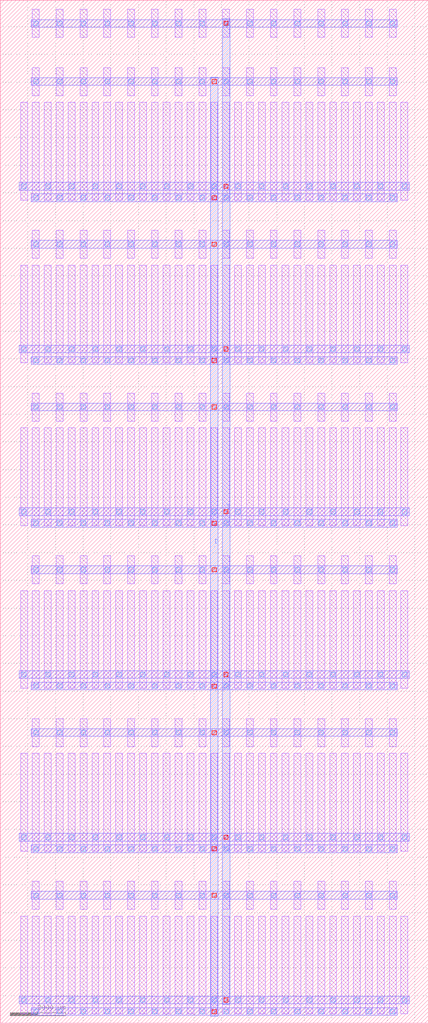
<source format=lef>
MACRO DCL_NMOS_S_54772057_X16_Y6
  UNITS 
    DATABASE MICRONS UNITS 1000;
  END UNITS 
  ORIGIN 0 0 ;
  FOREIGN DCL_NMOS_S_54772057_X16_Y6 0 0 ;
  SIZE 15480 BY 36960 ;
  PIN D
    DIRECTION INOUT ;
    USE SIGNAL ;
    PORT
      LAYER M3 ;
        RECT 7600 260 7880 34180 ;
    END
  END D
  PIN S
    DIRECTION INOUT ;
    USE SIGNAL ;
    PORT
      LAYER M3 ;
        RECT 8030 680 8310 36280 ;
    END
  END S
  OBS
    LAYER M1 ;
      RECT 1165 335 1415 3865 ;
    LAYER M1 ;
      RECT 1165 4115 1415 5125 ;
    LAYER M1 ;
      RECT 1165 6215 1415 9745 ;
    LAYER M1 ;
      RECT 1165 9995 1415 11005 ;
    LAYER M1 ;
      RECT 1165 12095 1415 15625 ;
    LAYER M1 ;
      RECT 1165 15875 1415 16885 ;
    LAYER M1 ;
      RECT 1165 17975 1415 21505 ;
    LAYER M1 ;
      RECT 1165 21755 1415 22765 ;
    LAYER M1 ;
      RECT 1165 23855 1415 27385 ;
    LAYER M1 ;
      RECT 1165 27635 1415 28645 ;
    LAYER M1 ;
      RECT 1165 29735 1415 33265 ;
    LAYER M1 ;
      RECT 1165 33515 1415 34525 ;
    LAYER M1 ;
      RECT 1165 35615 1415 36625 ;
    LAYER M1 ;
      RECT 735 335 985 3865 ;
    LAYER M1 ;
      RECT 735 6215 985 9745 ;
    LAYER M1 ;
      RECT 735 12095 985 15625 ;
    LAYER M1 ;
      RECT 735 17975 985 21505 ;
    LAYER M1 ;
      RECT 735 23855 985 27385 ;
    LAYER M1 ;
      RECT 735 29735 985 33265 ;
    LAYER M1 ;
      RECT 1595 335 1845 3865 ;
    LAYER M1 ;
      RECT 1595 6215 1845 9745 ;
    LAYER M1 ;
      RECT 1595 12095 1845 15625 ;
    LAYER M1 ;
      RECT 1595 17975 1845 21505 ;
    LAYER M1 ;
      RECT 1595 23855 1845 27385 ;
    LAYER M1 ;
      RECT 1595 29735 1845 33265 ;
    LAYER M1 ;
      RECT 2025 335 2275 3865 ;
    LAYER M1 ;
      RECT 2025 4115 2275 5125 ;
    LAYER M1 ;
      RECT 2025 6215 2275 9745 ;
    LAYER M1 ;
      RECT 2025 9995 2275 11005 ;
    LAYER M1 ;
      RECT 2025 12095 2275 15625 ;
    LAYER M1 ;
      RECT 2025 15875 2275 16885 ;
    LAYER M1 ;
      RECT 2025 17975 2275 21505 ;
    LAYER M1 ;
      RECT 2025 21755 2275 22765 ;
    LAYER M1 ;
      RECT 2025 23855 2275 27385 ;
    LAYER M1 ;
      RECT 2025 27635 2275 28645 ;
    LAYER M1 ;
      RECT 2025 29735 2275 33265 ;
    LAYER M1 ;
      RECT 2025 33515 2275 34525 ;
    LAYER M1 ;
      RECT 2025 35615 2275 36625 ;
    LAYER M1 ;
      RECT 2455 335 2705 3865 ;
    LAYER M1 ;
      RECT 2455 6215 2705 9745 ;
    LAYER M1 ;
      RECT 2455 12095 2705 15625 ;
    LAYER M1 ;
      RECT 2455 17975 2705 21505 ;
    LAYER M1 ;
      RECT 2455 23855 2705 27385 ;
    LAYER M1 ;
      RECT 2455 29735 2705 33265 ;
    LAYER M1 ;
      RECT 2885 335 3135 3865 ;
    LAYER M1 ;
      RECT 2885 4115 3135 5125 ;
    LAYER M1 ;
      RECT 2885 6215 3135 9745 ;
    LAYER M1 ;
      RECT 2885 9995 3135 11005 ;
    LAYER M1 ;
      RECT 2885 12095 3135 15625 ;
    LAYER M1 ;
      RECT 2885 15875 3135 16885 ;
    LAYER M1 ;
      RECT 2885 17975 3135 21505 ;
    LAYER M1 ;
      RECT 2885 21755 3135 22765 ;
    LAYER M1 ;
      RECT 2885 23855 3135 27385 ;
    LAYER M1 ;
      RECT 2885 27635 3135 28645 ;
    LAYER M1 ;
      RECT 2885 29735 3135 33265 ;
    LAYER M1 ;
      RECT 2885 33515 3135 34525 ;
    LAYER M1 ;
      RECT 2885 35615 3135 36625 ;
    LAYER M1 ;
      RECT 3315 335 3565 3865 ;
    LAYER M1 ;
      RECT 3315 6215 3565 9745 ;
    LAYER M1 ;
      RECT 3315 12095 3565 15625 ;
    LAYER M1 ;
      RECT 3315 17975 3565 21505 ;
    LAYER M1 ;
      RECT 3315 23855 3565 27385 ;
    LAYER M1 ;
      RECT 3315 29735 3565 33265 ;
    LAYER M1 ;
      RECT 3745 335 3995 3865 ;
    LAYER M1 ;
      RECT 3745 4115 3995 5125 ;
    LAYER M1 ;
      RECT 3745 6215 3995 9745 ;
    LAYER M1 ;
      RECT 3745 9995 3995 11005 ;
    LAYER M1 ;
      RECT 3745 12095 3995 15625 ;
    LAYER M1 ;
      RECT 3745 15875 3995 16885 ;
    LAYER M1 ;
      RECT 3745 17975 3995 21505 ;
    LAYER M1 ;
      RECT 3745 21755 3995 22765 ;
    LAYER M1 ;
      RECT 3745 23855 3995 27385 ;
    LAYER M1 ;
      RECT 3745 27635 3995 28645 ;
    LAYER M1 ;
      RECT 3745 29735 3995 33265 ;
    LAYER M1 ;
      RECT 3745 33515 3995 34525 ;
    LAYER M1 ;
      RECT 3745 35615 3995 36625 ;
    LAYER M1 ;
      RECT 4175 335 4425 3865 ;
    LAYER M1 ;
      RECT 4175 6215 4425 9745 ;
    LAYER M1 ;
      RECT 4175 12095 4425 15625 ;
    LAYER M1 ;
      RECT 4175 17975 4425 21505 ;
    LAYER M1 ;
      RECT 4175 23855 4425 27385 ;
    LAYER M1 ;
      RECT 4175 29735 4425 33265 ;
    LAYER M1 ;
      RECT 4605 335 4855 3865 ;
    LAYER M1 ;
      RECT 4605 4115 4855 5125 ;
    LAYER M1 ;
      RECT 4605 6215 4855 9745 ;
    LAYER M1 ;
      RECT 4605 9995 4855 11005 ;
    LAYER M1 ;
      RECT 4605 12095 4855 15625 ;
    LAYER M1 ;
      RECT 4605 15875 4855 16885 ;
    LAYER M1 ;
      RECT 4605 17975 4855 21505 ;
    LAYER M1 ;
      RECT 4605 21755 4855 22765 ;
    LAYER M1 ;
      RECT 4605 23855 4855 27385 ;
    LAYER M1 ;
      RECT 4605 27635 4855 28645 ;
    LAYER M1 ;
      RECT 4605 29735 4855 33265 ;
    LAYER M1 ;
      RECT 4605 33515 4855 34525 ;
    LAYER M1 ;
      RECT 4605 35615 4855 36625 ;
    LAYER M1 ;
      RECT 5035 335 5285 3865 ;
    LAYER M1 ;
      RECT 5035 6215 5285 9745 ;
    LAYER M1 ;
      RECT 5035 12095 5285 15625 ;
    LAYER M1 ;
      RECT 5035 17975 5285 21505 ;
    LAYER M1 ;
      RECT 5035 23855 5285 27385 ;
    LAYER M1 ;
      RECT 5035 29735 5285 33265 ;
    LAYER M1 ;
      RECT 5465 335 5715 3865 ;
    LAYER M1 ;
      RECT 5465 4115 5715 5125 ;
    LAYER M1 ;
      RECT 5465 6215 5715 9745 ;
    LAYER M1 ;
      RECT 5465 9995 5715 11005 ;
    LAYER M1 ;
      RECT 5465 12095 5715 15625 ;
    LAYER M1 ;
      RECT 5465 15875 5715 16885 ;
    LAYER M1 ;
      RECT 5465 17975 5715 21505 ;
    LAYER M1 ;
      RECT 5465 21755 5715 22765 ;
    LAYER M1 ;
      RECT 5465 23855 5715 27385 ;
    LAYER M1 ;
      RECT 5465 27635 5715 28645 ;
    LAYER M1 ;
      RECT 5465 29735 5715 33265 ;
    LAYER M1 ;
      RECT 5465 33515 5715 34525 ;
    LAYER M1 ;
      RECT 5465 35615 5715 36625 ;
    LAYER M1 ;
      RECT 5895 335 6145 3865 ;
    LAYER M1 ;
      RECT 5895 6215 6145 9745 ;
    LAYER M1 ;
      RECT 5895 12095 6145 15625 ;
    LAYER M1 ;
      RECT 5895 17975 6145 21505 ;
    LAYER M1 ;
      RECT 5895 23855 6145 27385 ;
    LAYER M1 ;
      RECT 5895 29735 6145 33265 ;
    LAYER M1 ;
      RECT 6325 335 6575 3865 ;
    LAYER M1 ;
      RECT 6325 4115 6575 5125 ;
    LAYER M1 ;
      RECT 6325 6215 6575 9745 ;
    LAYER M1 ;
      RECT 6325 9995 6575 11005 ;
    LAYER M1 ;
      RECT 6325 12095 6575 15625 ;
    LAYER M1 ;
      RECT 6325 15875 6575 16885 ;
    LAYER M1 ;
      RECT 6325 17975 6575 21505 ;
    LAYER M1 ;
      RECT 6325 21755 6575 22765 ;
    LAYER M1 ;
      RECT 6325 23855 6575 27385 ;
    LAYER M1 ;
      RECT 6325 27635 6575 28645 ;
    LAYER M1 ;
      RECT 6325 29735 6575 33265 ;
    LAYER M1 ;
      RECT 6325 33515 6575 34525 ;
    LAYER M1 ;
      RECT 6325 35615 6575 36625 ;
    LAYER M1 ;
      RECT 6755 335 7005 3865 ;
    LAYER M1 ;
      RECT 6755 6215 7005 9745 ;
    LAYER M1 ;
      RECT 6755 12095 7005 15625 ;
    LAYER M1 ;
      RECT 6755 17975 7005 21505 ;
    LAYER M1 ;
      RECT 6755 23855 7005 27385 ;
    LAYER M1 ;
      RECT 6755 29735 7005 33265 ;
    LAYER M1 ;
      RECT 7185 335 7435 3865 ;
    LAYER M1 ;
      RECT 7185 4115 7435 5125 ;
    LAYER M1 ;
      RECT 7185 6215 7435 9745 ;
    LAYER M1 ;
      RECT 7185 9995 7435 11005 ;
    LAYER M1 ;
      RECT 7185 12095 7435 15625 ;
    LAYER M1 ;
      RECT 7185 15875 7435 16885 ;
    LAYER M1 ;
      RECT 7185 17975 7435 21505 ;
    LAYER M1 ;
      RECT 7185 21755 7435 22765 ;
    LAYER M1 ;
      RECT 7185 23855 7435 27385 ;
    LAYER M1 ;
      RECT 7185 27635 7435 28645 ;
    LAYER M1 ;
      RECT 7185 29735 7435 33265 ;
    LAYER M1 ;
      RECT 7185 33515 7435 34525 ;
    LAYER M1 ;
      RECT 7185 35615 7435 36625 ;
    LAYER M1 ;
      RECT 7615 335 7865 3865 ;
    LAYER M1 ;
      RECT 7615 6215 7865 9745 ;
    LAYER M1 ;
      RECT 7615 12095 7865 15625 ;
    LAYER M1 ;
      RECT 7615 17975 7865 21505 ;
    LAYER M1 ;
      RECT 7615 23855 7865 27385 ;
    LAYER M1 ;
      RECT 7615 29735 7865 33265 ;
    LAYER M1 ;
      RECT 8045 335 8295 3865 ;
    LAYER M1 ;
      RECT 8045 4115 8295 5125 ;
    LAYER M1 ;
      RECT 8045 6215 8295 9745 ;
    LAYER M1 ;
      RECT 8045 9995 8295 11005 ;
    LAYER M1 ;
      RECT 8045 12095 8295 15625 ;
    LAYER M1 ;
      RECT 8045 15875 8295 16885 ;
    LAYER M1 ;
      RECT 8045 17975 8295 21505 ;
    LAYER M1 ;
      RECT 8045 21755 8295 22765 ;
    LAYER M1 ;
      RECT 8045 23855 8295 27385 ;
    LAYER M1 ;
      RECT 8045 27635 8295 28645 ;
    LAYER M1 ;
      RECT 8045 29735 8295 33265 ;
    LAYER M1 ;
      RECT 8045 33515 8295 34525 ;
    LAYER M1 ;
      RECT 8045 35615 8295 36625 ;
    LAYER M1 ;
      RECT 8475 335 8725 3865 ;
    LAYER M1 ;
      RECT 8475 6215 8725 9745 ;
    LAYER M1 ;
      RECT 8475 12095 8725 15625 ;
    LAYER M1 ;
      RECT 8475 17975 8725 21505 ;
    LAYER M1 ;
      RECT 8475 23855 8725 27385 ;
    LAYER M1 ;
      RECT 8475 29735 8725 33265 ;
    LAYER M1 ;
      RECT 8905 335 9155 3865 ;
    LAYER M1 ;
      RECT 8905 4115 9155 5125 ;
    LAYER M1 ;
      RECT 8905 6215 9155 9745 ;
    LAYER M1 ;
      RECT 8905 9995 9155 11005 ;
    LAYER M1 ;
      RECT 8905 12095 9155 15625 ;
    LAYER M1 ;
      RECT 8905 15875 9155 16885 ;
    LAYER M1 ;
      RECT 8905 17975 9155 21505 ;
    LAYER M1 ;
      RECT 8905 21755 9155 22765 ;
    LAYER M1 ;
      RECT 8905 23855 9155 27385 ;
    LAYER M1 ;
      RECT 8905 27635 9155 28645 ;
    LAYER M1 ;
      RECT 8905 29735 9155 33265 ;
    LAYER M1 ;
      RECT 8905 33515 9155 34525 ;
    LAYER M1 ;
      RECT 8905 35615 9155 36625 ;
    LAYER M1 ;
      RECT 9335 335 9585 3865 ;
    LAYER M1 ;
      RECT 9335 6215 9585 9745 ;
    LAYER M1 ;
      RECT 9335 12095 9585 15625 ;
    LAYER M1 ;
      RECT 9335 17975 9585 21505 ;
    LAYER M1 ;
      RECT 9335 23855 9585 27385 ;
    LAYER M1 ;
      RECT 9335 29735 9585 33265 ;
    LAYER M1 ;
      RECT 9765 335 10015 3865 ;
    LAYER M1 ;
      RECT 9765 4115 10015 5125 ;
    LAYER M1 ;
      RECT 9765 6215 10015 9745 ;
    LAYER M1 ;
      RECT 9765 9995 10015 11005 ;
    LAYER M1 ;
      RECT 9765 12095 10015 15625 ;
    LAYER M1 ;
      RECT 9765 15875 10015 16885 ;
    LAYER M1 ;
      RECT 9765 17975 10015 21505 ;
    LAYER M1 ;
      RECT 9765 21755 10015 22765 ;
    LAYER M1 ;
      RECT 9765 23855 10015 27385 ;
    LAYER M1 ;
      RECT 9765 27635 10015 28645 ;
    LAYER M1 ;
      RECT 9765 29735 10015 33265 ;
    LAYER M1 ;
      RECT 9765 33515 10015 34525 ;
    LAYER M1 ;
      RECT 9765 35615 10015 36625 ;
    LAYER M1 ;
      RECT 10195 335 10445 3865 ;
    LAYER M1 ;
      RECT 10195 6215 10445 9745 ;
    LAYER M1 ;
      RECT 10195 12095 10445 15625 ;
    LAYER M1 ;
      RECT 10195 17975 10445 21505 ;
    LAYER M1 ;
      RECT 10195 23855 10445 27385 ;
    LAYER M1 ;
      RECT 10195 29735 10445 33265 ;
    LAYER M1 ;
      RECT 10625 335 10875 3865 ;
    LAYER M1 ;
      RECT 10625 4115 10875 5125 ;
    LAYER M1 ;
      RECT 10625 6215 10875 9745 ;
    LAYER M1 ;
      RECT 10625 9995 10875 11005 ;
    LAYER M1 ;
      RECT 10625 12095 10875 15625 ;
    LAYER M1 ;
      RECT 10625 15875 10875 16885 ;
    LAYER M1 ;
      RECT 10625 17975 10875 21505 ;
    LAYER M1 ;
      RECT 10625 21755 10875 22765 ;
    LAYER M1 ;
      RECT 10625 23855 10875 27385 ;
    LAYER M1 ;
      RECT 10625 27635 10875 28645 ;
    LAYER M1 ;
      RECT 10625 29735 10875 33265 ;
    LAYER M1 ;
      RECT 10625 33515 10875 34525 ;
    LAYER M1 ;
      RECT 10625 35615 10875 36625 ;
    LAYER M1 ;
      RECT 11055 335 11305 3865 ;
    LAYER M1 ;
      RECT 11055 6215 11305 9745 ;
    LAYER M1 ;
      RECT 11055 12095 11305 15625 ;
    LAYER M1 ;
      RECT 11055 17975 11305 21505 ;
    LAYER M1 ;
      RECT 11055 23855 11305 27385 ;
    LAYER M1 ;
      RECT 11055 29735 11305 33265 ;
    LAYER M1 ;
      RECT 11485 335 11735 3865 ;
    LAYER M1 ;
      RECT 11485 4115 11735 5125 ;
    LAYER M1 ;
      RECT 11485 6215 11735 9745 ;
    LAYER M1 ;
      RECT 11485 9995 11735 11005 ;
    LAYER M1 ;
      RECT 11485 12095 11735 15625 ;
    LAYER M1 ;
      RECT 11485 15875 11735 16885 ;
    LAYER M1 ;
      RECT 11485 17975 11735 21505 ;
    LAYER M1 ;
      RECT 11485 21755 11735 22765 ;
    LAYER M1 ;
      RECT 11485 23855 11735 27385 ;
    LAYER M1 ;
      RECT 11485 27635 11735 28645 ;
    LAYER M1 ;
      RECT 11485 29735 11735 33265 ;
    LAYER M1 ;
      RECT 11485 33515 11735 34525 ;
    LAYER M1 ;
      RECT 11485 35615 11735 36625 ;
    LAYER M1 ;
      RECT 11915 335 12165 3865 ;
    LAYER M1 ;
      RECT 11915 6215 12165 9745 ;
    LAYER M1 ;
      RECT 11915 12095 12165 15625 ;
    LAYER M1 ;
      RECT 11915 17975 12165 21505 ;
    LAYER M1 ;
      RECT 11915 23855 12165 27385 ;
    LAYER M1 ;
      RECT 11915 29735 12165 33265 ;
    LAYER M1 ;
      RECT 12345 335 12595 3865 ;
    LAYER M1 ;
      RECT 12345 4115 12595 5125 ;
    LAYER M1 ;
      RECT 12345 6215 12595 9745 ;
    LAYER M1 ;
      RECT 12345 9995 12595 11005 ;
    LAYER M1 ;
      RECT 12345 12095 12595 15625 ;
    LAYER M1 ;
      RECT 12345 15875 12595 16885 ;
    LAYER M1 ;
      RECT 12345 17975 12595 21505 ;
    LAYER M1 ;
      RECT 12345 21755 12595 22765 ;
    LAYER M1 ;
      RECT 12345 23855 12595 27385 ;
    LAYER M1 ;
      RECT 12345 27635 12595 28645 ;
    LAYER M1 ;
      RECT 12345 29735 12595 33265 ;
    LAYER M1 ;
      RECT 12345 33515 12595 34525 ;
    LAYER M1 ;
      RECT 12345 35615 12595 36625 ;
    LAYER M1 ;
      RECT 12775 335 13025 3865 ;
    LAYER M1 ;
      RECT 12775 6215 13025 9745 ;
    LAYER M1 ;
      RECT 12775 12095 13025 15625 ;
    LAYER M1 ;
      RECT 12775 17975 13025 21505 ;
    LAYER M1 ;
      RECT 12775 23855 13025 27385 ;
    LAYER M1 ;
      RECT 12775 29735 13025 33265 ;
    LAYER M1 ;
      RECT 13205 335 13455 3865 ;
    LAYER M1 ;
      RECT 13205 4115 13455 5125 ;
    LAYER M1 ;
      RECT 13205 6215 13455 9745 ;
    LAYER M1 ;
      RECT 13205 9995 13455 11005 ;
    LAYER M1 ;
      RECT 13205 12095 13455 15625 ;
    LAYER M1 ;
      RECT 13205 15875 13455 16885 ;
    LAYER M1 ;
      RECT 13205 17975 13455 21505 ;
    LAYER M1 ;
      RECT 13205 21755 13455 22765 ;
    LAYER M1 ;
      RECT 13205 23855 13455 27385 ;
    LAYER M1 ;
      RECT 13205 27635 13455 28645 ;
    LAYER M1 ;
      RECT 13205 29735 13455 33265 ;
    LAYER M1 ;
      RECT 13205 33515 13455 34525 ;
    LAYER M1 ;
      RECT 13205 35615 13455 36625 ;
    LAYER M1 ;
      RECT 13635 335 13885 3865 ;
    LAYER M1 ;
      RECT 13635 6215 13885 9745 ;
    LAYER M1 ;
      RECT 13635 12095 13885 15625 ;
    LAYER M1 ;
      RECT 13635 17975 13885 21505 ;
    LAYER M1 ;
      RECT 13635 23855 13885 27385 ;
    LAYER M1 ;
      RECT 13635 29735 13885 33265 ;
    LAYER M1 ;
      RECT 14065 335 14315 3865 ;
    LAYER M1 ;
      RECT 14065 4115 14315 5125 ;
    LAYER M1 ;
      RECT 14065 6215 14315 9745 ;
    LAYER M1 ;
      RECT 14065 9995 14315 11005 ;
    LAYER M1 ;
      RECT 14065 12095 14315 15625 ;
    LAYER M1 ;
      RECT 14065 15875 14315 16885 ;
    LAYER M1 ;
      RECT 14065 17975 14315 21505 ;
    LAYER M1 ;
      RECT 14065 21755 14315 22765 ;
    LAYER M1 ;
      RECT 14065 23855 14315 27385 ;
    LAYER M1 ;
      RECT 14065 27635 14315 28645 ;
    LAYER M1 ;
      RECT 14065 29735 14315 33265 ;
    LAYER M1 ;
      RECT 14065 33515 14315 34525 ;
    LAYER M1 ;
      RECT 14065 35615 14315 36625 ;
    LAYER M1 ;
      RECT 14495 335 14745 3865 ;
    LAYER M1 ;
      RECT 14495 6215 14745 9745 ;
    LAYER M1 ;
      RECT 14495 12095 14745 15625 ;
    LAYER M1 ;
      RECT 14495 17975 14745 21505 ;
    LAYER M1 ;
      RECT 14495 23855 14745 27385 ;
    LAYER M1 ;
      RECT 14495 29735 14745 33265 ;
    LAYER M2 ;
      RECT 1120 280 14360 560 ;
    LAYER M2 ;
      RECT 1120 4480 14360 4760 ;
    LAYER M2 ;
      RECT 690 700 14790 980 ;
    LAYER M2 ;
      RECT 1120 6160 14360 6440 ;
    LAYER M2 ;
      RECT 1120 10360 14360 10640 ;
    LAYER M2 ;
      RECT 690 6580 14790 6860 ;
    LAYER M2 ;
      RECT 1120 12040 14360 12320 ;
    LAYER M2 ;
      RECT 1120 16240 14360 16520 ;
    LAYER M2 ;
      RECT 690 12460 14790 12740 ;
    LAYER M2 ;
      RECT 1120 17920 14360 18200 ;
    LAYER M2 ;
      RECT 1120 22120 14360 22400 ;
    LAYER M2 ;
      RECT 690 18340 14790 18620 ;
    LAYER M2 ;
      RECT 1120 23800 14360 24080 ;
    LAYER M2 ;
      RECT 1120 28000 14360 28280 ;
    LAYER M2 ;
      RECT 690 24220 14790 24500 ;
    LAYER M2 ;
      RECT 1120 29680 14360 29960 ;
    LAYER M2 ;
      RECT 1120 33880 14360 34160 ;
    LAYER M2 ;
      RECT 1120 35980 14360 36260 ;
    LAYER M2 ;
      RECT 690 30100 14790 30380 ;
    LAYER V1 ;
      RECT 13245 335 13415 505 ;
    LAYER V1 ;
      RECT 13245 4535 13415 4705 ;
    LAYER V1 ;
      RECT 13245 6215 13415 6385 ;
    LAYER V1 ;
      RECT 13245 10415 13415 10585 ;
    LAYER V1 ;
      RECT 13245 12095 13415 12265 ;
    LAYER V1 ;
      RECT 13245 16295 13415 16465 ;
    LAYER V1 ;
      RECT 13245 17975 13415 18145 ;
    LAYER V1 ;
      RECT 13245 22175 13415 22345 ;
    LAYER V1 ;
      RECT 13245 23855 13415 24025 ;
    LAYER V1 ;
      RECT 13245 28055 13415 28225 ;
    LAYER V1 ;
      RECT 13245 29735 13415 29905 ;
    LAYER V1 ;
      RECT 13245 33935 13415 34105 ;
    LAYER V1 ;
      RECT 13245 36035 13415 36205 ;
    LAYER V1 ;
      RECT 14105 335 14275 505 ;
    LAYER V1 ;
      RECT 14105 4535 14275 4705 ;
    LAYER V1 ;
      RECT 14105 6215 14275 6385 ;
    LAYER V1 ;
      RECT 14105 10415 14275 10585 ;
    LAYER V1 ;
      RECT 14105 12095 14275 12265 ;
    LAYER V1 ;
      RECT 14105 16295 14275 16465 ;
    LAYER V1 ;
      RECT 14105 17975 14275 18145 ;
    LAYER V1 ;
      RECT 14105 22175 14275 22345 ;
    LAYER V1 ;
      RECT 14105 23855 14275 24025 ;
    LAYER V1 ;
      RECT 14105 28055 14275 28225 ;
    LAYER V1 ;
      RECT 14105 29735 14275 29905 ;
    LAYER V1 ;
      RECT 14105 33935 14275 34105 ;
    LAYER V1 ;
      RECT 14105 36035 14275 36205 ;
    LAYER V1 ;
      RECT 1205 335 1375 505 ;
    LAYER V1 ;
      RECT 1205 4535 1375 4705 ;
    LAYER V1 ;
      RECT 1205 6215 1375 6385 ;
    LAYER V1 ;
      RECT 1205 10415 1375 10585 ;
    LAYER V1 ;
      RECT 1205 12095 1375 12265 ;
    LAYER V1 ;
      RECT 1205 16295 1375 16465 ;
    LAYER V1 ;
      RECT 1205 17975 1375 18145 ;
    LAYER V1 ;
      RECT 1205 22175 1375 22345 ;
    LAYER V1 ;
      RECT 1205 23855 1375 24025 ;
    LAYER V1 ;
      RECT 1205 28055 1375 28225 ;
    LAYER V1 ;
      RECT 1205 29735 1375 29905 ;
    LAYER V1 ;
      RECT 1205 33935 1375 34105 ;
    LAYER V1 ;
      RECT 1205 36035 1375 36205 ;
    LAYER V1 ;
      RECT 2065 335 2235 505 ;
    LAYER V1 ;
      RECT 2065 4535 2235 4705 ;
    LAYER V1 ;
      RECT 2065 6215 2235 6385 ;
    LAYER V1 ;
      RECT 2065 10415 2235 10585 ;
    LAYER V1 ;
      RECT 2065 12095 2235 12265 ;
    LAYER V1 ;
      RECT 2065 16295 2235 16465 ;
    LAYER V1 ;
      RECT 2065 17975 2235 18145 ;
    LAYER V1 ;
      RECT 2065 22175 2235 22345 ;
    LAYER V1 ;
      RECT 2065 23855 2235 24025 ;
    LAYER V1 ;
      RECT 2065 28055 2235 28225 ;
    LAYER V1 ;
      RECT 2065 29735 2235 29905 ;
    LAYER V1 ;
      RECT 2065 33935 2235 34105 ;
    LAYER V1 ;
      RECT 2065 36035 2235 36205 ;
    LAYER V1 ;
      RECT 2925 335 3095 505 ;
    LAYER V1 ;
      RECT 2925 4535 3095 4705 ;
    LAYER V1 ;
      RECT 2925 6215 3095 6385 ;
    LAYER V1 ;
      RECT 2925 10415 3095 10585 ;
    LAYER V1 ;
      RECT 2925 12095 3095 12265 ;
    LAYER V1 ;
      RECT 2925 16295 3095 16465 ;
    LAYER V1 ;
      RECT 2925 17975 3095 18145 ;
    LAYER V1 ;
      RECT 2925 22175 3095 22345 ;
    LAYER V1 ;
      RECT 2925 23855 3095 24025 ;
    LAYER V1 ;
      RECT 2925 28055 3095 28225 ;
    LAYER V1 ;
      RECT 2925 29735 3095 29905 ;
    LAYER V1 ;
      RECT 2925 33935 3095 34105 ;
    LAYER V1 ;
      RECT 2925 36035 3095 36205 ;
    LAYER V1 ;
      RECT 3785 335 3955 505 ;
    LAYER V1 ;
      RECT 3785 4535 3955 4705 ;
    LAYER V1 ;
      RECT 3785 6215 3955 6385 ;
    LAYER V1 ;
      RECT 3785 10415 3955 10585 ;
    LAYER V1 ;
      RECT 3785 12095 3955 12265 ;
    LAYER V1 ;
      RECT 3785 16295 3955 16465 ;
    LAYER V1 ;
      RECT 3785 17975 3955 18145 ;
    LAYER V1 ;
      RECT 3785 22175 3955 22345 ;
    LAYER V1 ;
      RECT 3785 23855 3955 24025 ;
    LAYER V1 ;
      RECT 3785 28055 3955 28225 ;
    LAYER V1 ;
      RECT 3785 29735 3955 29905 ;
    LAYER V1 ;
      RECT 3785 33935 3955 34105 ;
    LAYER V1 ;
      RECT 3785 36035 3955 36205 ;
    LAYER V1 ;
      RECT 4645 335 4815 505 ;
    LAYER V1 ;
      RECT 4645 4535 4815 4705 ;
    LAYER V1 ;
      RECT 4645 6215 4815 6385 ;
    LAYER V1 ;
      RECT 4645 10415 4815 10585 ;
    LAYER V1 ;
      RECT 4645 12095 4815 12265 ;
    LAYER V1 ;
      RECT 4645 16295 4815 16465 ;
    LAYER V1 ;
      RECT 4645 17975 4815 18145 ;
    LAYER V1 ;
      RECT 4645 22175 4815 22345 ;
    LAYER V1 ;
      RECT 4645 23855 4815 24025 ;
    LAYER V1 ;
      RECT 4645 28055 4815 28225 ;
    LAYER V1 ;
      RECT 4645 29735 4815 29905 ;
    LAYER V1 ;
      RECT 4645 33935 4815 34105 ;
    LAYER V1 ;
      RECT 4645 36035 4815 36205 ;
    LAYER V1 ;
      RECT 5505 335 5675 505 ;
    LAYER V1 ;
      RECT 5505 4535 5675 4705 ;
    LAYER V1 ;
      RECT 5505 6215 5675 6385 ;
    LAYER V1 ;
      RECT 5505 10415 5675 10585 ;
    LAYER V1 ;
      RECT 5505 12095 5675 12265 ;
    LAYER V1 ;
      RECT 5505 16295 5675 16465 ;
    LAYER V1 ;
      RECT 5505 17975 5675 18145 ;
    LAYER V1 ;
      RECT 5505 22175 5675 22345 ;
    LAYER V1 ;
      RECT 5505 23855 5675 24025 ;
    LAYER V1 ;
      RECT 5505 28055 5675 28225 ;
    LAYER V1 ;
      RECT 5505 29735 5675 29905 ;
    LAYER V1 ;
      RECT 5505 33935 5675 34105 ;
    LAYER V1 ;
      RECT 5505 36035 5675 36205 ;
    LAYER V1 ;
      RECT 6365 335 6535 505 ;
    LAYER V1 ;
      RECT 6365 4535 6535 4705 ;
    LAYER V1 ;
      RECT 6365 6215 6535 6385 ;
    LAYER V1 ;
      RECT 6365 10415 6535 10585 ;
    LAYER V1 ;
      RECT 6365 12095 6535 12265 ;
    LAYER V1 ;
      RECT 6365 16295 6535 16465 ;
    LAYER V1 ;
      RECT 6365 17975 6535 18145 ;
    LAYER V1 ;
      RECT 6365 22175 6535 22345 ;
    LAYER V1 ;
      RECT 6365 23855 6535 24025 ;
    LAYER V1 ;
      RECT 6365 28055 6535 28225 ;
    LAYER V1 ;
      RECT 6365 29735 6535 29905 ;
    LAYER V1 ;
      RECT 6365 33935 6535 34105 ;
    LAYER V1 ;
      RECT 6365 36035 6535 36205 ;
    LAYER V1 ;
      RECT 7225 335 7395 505 ;
    LAYER V1 ;
      RECT 7225 4535 7395 4705 ;
    LAYER V1 ;
      RECT 7225 6215 7395 6385 ;
    LAYER V1 ;
      RECT 7225 10415 7395 10585 ;
    LAYER V1 ;
      RECT 7225 12095 7395 12265 ;
    LAYER V1 ;
      RECT 7225 16295 7395 16465 ;
    LAYER V1 ;
      RECT 7225 17975 7395 18145 ;
    LAYER V1 ;
      RECT 7225 22175 7395 22345 ;
    LAYER V1 ;
      RECT 7225 23855 7395 24025 ;
    LAYER V1 ;
      RECT 7225 28055 7395 28225 ;
    LAYER V1 ;
      RECT 7225 29735 7395 29905 ;
    LAYER V1 ;
      RECT 7225 33935 7395 34105 ;
    LAYER V1 ;
      RECT 7225 36035 7395 36205 ;
    LAYER V1 ;
      RECT 8085 335 8255 505 ;
    LAYER V1 ;
      RECT 8085 4535 8255 4705 ;
    LAYER V1 ;
      RECT 8085 6215 8255 6385 ;
    LAYER V1 ;
      RECT 8085 10415 8255 10585 ;
    LAYER V1 ;
      RECT 8085 12095 8255 12265 ;
    LAYER V1 ;
      RECT 8085 16295 8255 16465 ;
    LAYER V1 ;
      RECT 8085 17975 8255 18145 ;
    LAYER V1 ;
      RECT 8085 22175 8255 22345 ;
    LAYER V1 ;
      RECT 8085 23855 8255 24025 ;
    LAYER V1 ;
      RECT 8085 28055 8255 28225 ;
    LAYER V1 ;
      RECT 8085 29735 8255 29905 ;
    LAYER V1 ;
      RECT 8085 33935 8255 34105 ;
    LAYER V1 ;
      RECT 8085 36035 8255 36205 ;
    LAYER V1 ;
      RECT 8945 335 9115 505 ;
    LAYER V1 ;
      RECT 8945 4535 9115 4705 ;
    LAYER V1 ;
      RECT 8945 6215 9115 6385 ;
    LAYER V1 ;
      RECT 8945 10415 9115 10585 ;
    LAYER V1 ;
      RECT 8945 12095 9115 12265 ;
    LAYER V1 ;
      RECT 8945 16295 9115 16465 ;
    LAYER V1 ;
      RECT 8945 17975 9115 18145 ;
    LAYER V1 ;
      RECT 8945 22175 9115 22345 ;
    LAYER V1 ;
      RECT 8945 23855 9115 24025 ;
    LAYER V1 ;
      RECT 8945 28055 9115 28225 ;
    LAYER V1 ;
      RECT 8945 29735 9115 29905 ;
    LAYER V1 ;
      RECT 8945 33935 9115 34105 ;
    LAYER V1 ;
      RECT 8945 36035 9115 36205 ;
    LAYER V1 ;
      RECT 9805 335 9975 505 ;
    LAYER V1 ;
      RECT 9805 4535 9975 4705 ;
    LAYER V1 ;
      RECT 9805 6215 9975 6385 ;
    LAYER V1 ;
      RECT 9805 10415 9975 10585 ;
    LAYER V1 ;
      RECT 9805 12095 9975 12265 ;
    LAYER V1 ;
      RECT 9805 16295 9975 16465 ;
    LAYER V1 ;
      RECT 9805 17975 9975 18145 ;
    LAYER V1 ;
      RECT 9805 22175 9975 22345 ;
    LAYER V1 ;
      RECT 9805 23855 9975 24025 ;
    LAYER V1 ;
      RECT 9805 28055 9975 28225 ;
    LAYER V1 ;
      RECT 9805 29735 9975 29905 ;
    LAYER V1 ;
      RECT 9805 33935 9975 34105 ;
    LAYER V1 ;
      RECT 9805 36035 9975 36205 ;
    LAYER V1 ;
      RECT 10665 335 10835 505 ;
    LAYER V1 ;
      RECT 10665 4535 10835 4705 ;
    LAYER V1 ;
      RECT 10665 6215 10835 6385 ;
    LAYER V1 ;
      RECT 10665 10415 10835 10585 ;
    LAYER V1 ;
      RECT 10665 12095 10835 12265 ;
    LAYER V1 ;
      RECT 10665 16295 10835 16465 ;
    LAYER V1 ;
      RECT 10665 17975 10835 18145 ;
    LAYER V1 ;
      RECT 10665 22175 10835 22345 ;
    LAYER V1 ;
      RECT 10665 23855 10835 24025 ;
    LAYER V1 ;
      RECT 10665 28055 10835 28225 ;
    LAYER V1 ;
      RECT 10665 29735 10835 29905 ;
    LAYER V1 ;
      RECT 10665 33935 10835 34105 ;
    LAYER V1 ;
      RECT 10665 36035 10835 36205 ;
    LAYER V1 ;
      RECT 11525 335 11695 505 ;
    LAYER V1 ;
      RECT 11525 4535 11695 4705 ;
    LAYER V1 ;
      RECT 11525 6215 11695 6385 ;
    LAYER V1 ;
      RECT 11525 10415 11695 10585 ;
    LAYER V1 ;
      RECT 11525 12095 11695 12265 ;
    LAYER V1 ;
      RECT 11525 16295 11695 16465 ;
    LAYER V1 ;
      RECT 11525 17975 11695 18145 ;
    LAYER V1 ;
      RECT 11525 22175 11695 22345 ;
    LAYER V1 ;
      RECT 11525 23855 11695 24025 ;
    LAYER V1 ;
      RECT 11525 28055 11695 28225 ;
    LAYER V1 ;
      RECT 11525 29735 11695 29905 ;
    LAYER V1 ;
      RECT 11525 33935 11695 34105 ;
    LAYER V1 ;
      RECT 11525 36035 11695 36205 ;
    LAYER V1 ;
      RECT 12385 335 12555 505 ;
    LAYER V1 ;
      RECT 12385 4535 12555 4705 ;
    LAYER V1 ;
      RECT 12385 6215 12555 6385 ;
    LAYER V1 ;
      RECT 12385 10415 12555 10585 ;
    LAYER V1 ;
      RECT 12385 12095 12555 12265 ;
    LAYER V1 ;
      RECT 12385 16295 12555 16465 ;
    LAYER V1 ;
      RECT 12385 17975 12555 18145 ;
    LAYER V1 ;
      RECT 12385 22175 12555 22345 ;
    LAYER V1 ;
      RECT 12385 23855 12555 24025 ;
    LAYER V1 ;
      RECT 12385 28055 12555 28225 ;
    LAYER V1 ;
      RECT 12385 29735 12555 29905 ;
    LAYER V1 ;
      RECT 12385 33935 12555 34105 ;
    LAYER V1 ;
      RECT 12385 36035 12555 36205 ;
    LAYER V1 ;
      RECT 13675 755 13845 925 ;
    LAYER V1 ;
      RECT 13675 6635 13845 6805 ;
    LAYER V1 ;
      RECT 13675 12515 13845 12685 ;
    LAYER V1 ;
      RECT 13675 18395 13845 18565 ;
    LAYER V1 ;
      RECT 13675 24275 13845 24445 ;
    LAYER V1 ;
      RECT 13675 30155 13845 30325 ;
    LAYER V1 ;
      RECT 775 755 945 925 ;
    LAYER V1 ;
      RECT 775 6635 945 6805 ;
    LAYER V1 ;
      RECT 775 12515 945 12685 ;
    LAYER V1 ;
      RECT 775 18395 945 18565 ;
    LAYER V1 ;
      RECT 775 24275 945 24445 ;
    LAYER V1 ;
      RECT 775 30155 945 30325 ;
    LAYER V1 ;
      RECT 14535 755 14705 925 ;
    LAYER V1 ;
      RECT 14535 6635 14705 6805 ;
    LAYER V1 ;
      RECT 14535 12515 14705 12685 ;
    LAYER V1 ;
      RECT 14535 18395 14705 18565 ;
    LAYER V1 ;
      RECT 14535 24275 14705 24445 ;
    LAYER V1 ;
      RECT 14535 30155 14705 30325 ;
    LAYER V1 ;
      RECT 1635 755 1805 925 ;
    LAYER V1 ;
      RECT 1635 6635 1805 6805 ;
    LAYER V1 ;
      RECT 1635 12515 1805 12685 ;
    LAYER V1 ;
      RECT 1635 18395 1805 18565 ;
    LAYER V1 ;
      RECT 1635 24275 1805 24445 ;
    LAYER V1 ;
      RECT 1635 30155 1805 30325 ;
    LAYER V1 ;
      RECT 2495 755 2665 925 ;
    LAYER V1 ;
      RECT 2495 6635 2665 6805 ;
    LAYER V1 ;
      RECT 2495 12515 2665 12685 ;
    LAYER V1 ;
      RECT 2495 18395 2665 18565 ;
    LAYER V1 ;
      RECT 2495 24275 2665 24445 ;
    LAYER V1 ;
      RECT 2495 30155 2665 30325 ;
    LAYER V1 ;
      RECT 3355 755 3525 925 ;
    LAYER V1 ;
      RECT 3355 6635 3525 6805 ;
    LAYER V1 ;
      RECT 3355 12515 3525 12685 ;
    LAYER V1 ;
      RECT 3355 18395 3525 18565 ;
    LAYER V1 ;
      RECT 3355 24275 3525 24445 ;
    LAYER V1 ;
      RECT 3355 30155 3525 30325 ;
    LAYER V1 ;
      RECT 4215 755 4385 925 ;
    LAYER V1 ;
      RECT 4215 6635 4385 6805 ;
    LAYER V1 ;
      RECT 4215 12515 4385 12685 ;
    LAYER V1 ;
      RECT 4215 18395 4385 18565 ;
    LAYER V1 ;
      RECT 4215 24275 4385 24445 ;
    LAYER V1 ;
      RECT 4215 30155 4385 30325 ;
    LAYER V1 ;
      RECT 5075 755 5245 925 ;
    LAYER V1 ;
      RECT 5075 6635 5245 6805 ;
    LAYER V1 ;
      RECT 5075 12515 5245 12685 ;
    LAYER V1 ;
      RECT 5075 18395 5245 18565 ;
    LAYER V1 ;
      RECT 5075 24275 5245 24445 ;
    LAYER V1 ;
      RECT 5075 30155 5245 30325 ;
    LAYER V1 ;
      RECT 5935 755 6105 925 ;
    LAYER V1 ;
      RECT 5935 6635 6105 6805 ;
    LAYER V1 ;
      RECT 5935 12515 6105 12685 ;
    LAYER V1 ;
      RECT 5935 18395 6105 18565 ;
    LAYER V1 ;
      RECT 5935 24275 6105 24445 ;
    LAYER V1 ;
      RECT 5935 30155 6105 30325 ;
    LAYER V1 ;
      RECT 6795 755 6965 925 ;
    LAYER V1 ;
      RECT 6795 6635 6965 6805 ;
    LAYER V1 ;
      RECT 6795 12515 6965 12685 ;
    LAYER V1 ;
      RECT 6795 18395 6965 18565 ;
    LAYER V1 ;
      RECT 6795 24275 6965 24445 ;
    LAYER V1 ;
      RECT 6795 30155 6965 30325 ;
    LAYER V1 ;
      RECT 7655 755 7825 925 ;
    LAYER V1 ;
      RECT 7655 6635 7825 6805 ;
    LAYER V1 ;
      RECT 7655 12515 7825 12685 ;
    LAYER V1 ;
      RECT 7655 18395 7825 18565 ;
    LAYER V1 ;
      RECT 7655 24275 7825 24445 ;
    LAYER V1 ;
      RECT 7655 30155 7825 30325 ;
    LAYER V1 ;
      RECT 8515 755 8685 925 ;
    LAYER V1 ;
      RECT 8515 6635 8685 6805 ;
    LAYER V1 ;
      RECT 8515 12515 8685 12685 ;
    LAYER V1 ;
      RECT 8515 18395 8685 18565 ;
    LAYER V1 ;
      RECT 8515 24275 8685 24445 ;
    LAYER V1 ;
      RECT 8515 30155 8685 30325 ;
    LAYER V1 ;
      RECT 9375 755 9545 925 ;
    LAYER V1 ;
      RECT 9375 6635 9545 6805 ;
    LAYER V1 ;
      RECT 9375 12515 9545 12685 ;
    LAYER V1 ;
      RECT 9375 18395 9545 18565 ;
    LAYER V1 ;
      RECT 9375 24275 9545 24445 ;
    LAYER V1 ;
      RECT 9375 30155 9545 30325 ;
    LAYER V1 ;
      RECT 10235 755 10405 925 ;
    LAYER V1 ;
      RECT 10235 6635 10405 6805 ;
    LAYER V1 ;
      RECT 10235 12515 10405 12685 ;
    LAYER V1 ;
      RECT 10235 18395 10405 18565 ;
    LAYER V1 ;
      RECT 10235 24275 10405 24445 ;
    LAYER V1 ;
      RECT 10235 30155 10405 30325 ;
    LAYER V1 ;
      RECT 11095 755 11265 925 ;
    LAYER V1 ;
      RECT 11095 6635 11265 6805 ;
    LAYER V1 ;
      RECT 11095 12515 11265 12685 ;
    LAYER V1 ;
      RECT 11095 18395 11265 18565 ;
    LAYER V1 ;
      RECT 11095 24275 11265 24445 ;
    LAYER V1 ;
      RECT 11095 30155 11265 30325 ;
    LAYER V1 ;
      RECT 11955 755 12125 925 ;
    LAYER V1 ;
      RECT 11955 6635 12125 6805 ;
    LAYER V1 ;
      RECT 11955 12515 12125 12685 ;
    LAYER V1 ;
      RECT 11955 18395 12125 18565 ;
    LAYER V1 ;
      RECT 11955 24275 12125 24445 ;
    LAYER V1 ;
      RECT 11955 30155 12125 30325 ;
    LAYER V1 ;
      RECT 12815 755 12985 925 ;
    LAYER V1 ;
      RECT 12815 6635 12985 6805 ;
    LAYER V1 ;
      RECT 12815 12515 12985 12685 ;
    LAYER V1 ;
      RECT 12815 18395 12985 18565 ;
    LAYER V1 ;
      RECT 12815 24275 12985 24445 ;
    LAYER V1 ;
      RECT 12815 30155 12985 30325 ;
    LAYER V2 ;
      RECT 7665 345 7815 495 ;
    LAYER V2 ;
      RECT 7665 4545 7815 4695 ;
    LAYER V2 ;
      RECT 7665 6225 7815 6375 ;
    LAYER V2 ;
      RECT 7665 10425 7815 10575 ;
    LAYER V2 ;
      RECT 7665 12105 7815 12255 ;
    LAYER V2 ;
      RECT 7665 16305 7815 16455 ;
    LAYER V2 ;
      RECT 7665 17985 7815 18135 ;
    LAYER V2 ;
      RECT 7665 22185 7815 22335 ;
    LAYER V2 ;
      RECT 7665 23865 7815 24015 ;
    LAYER V2 ;
      RECT 7665 28065 7815 28215 ;
    LAYER V2 ;
      RECT 7665 29745 7815 29895 ;
    LAYER V2 ;
      RECT 7665 33945 7815 34095 ;
    LAYER V2 ;
      RECT 8095 765 8245 915 ;
    LAYER V2 ;
      RECT 8095 6645 8245 6795 ;
    LAYER V2 ;
      RECT 8095 12525 8245 12675 ;
    LAYER V2 ;
      RECT 8095 18405 8245 18555 ;
    LAYER V2 ;
      RECT 8095 24285 8245 24435 ;
    LAYER V2 ;
      RECT 8095 30165 8245 30315 ;
    LAYER V2 ;
      RECT 8095 36045 8245 36195 ;
  END
END DCL_NMOS_S_54772057_X16_Y6

</source>
